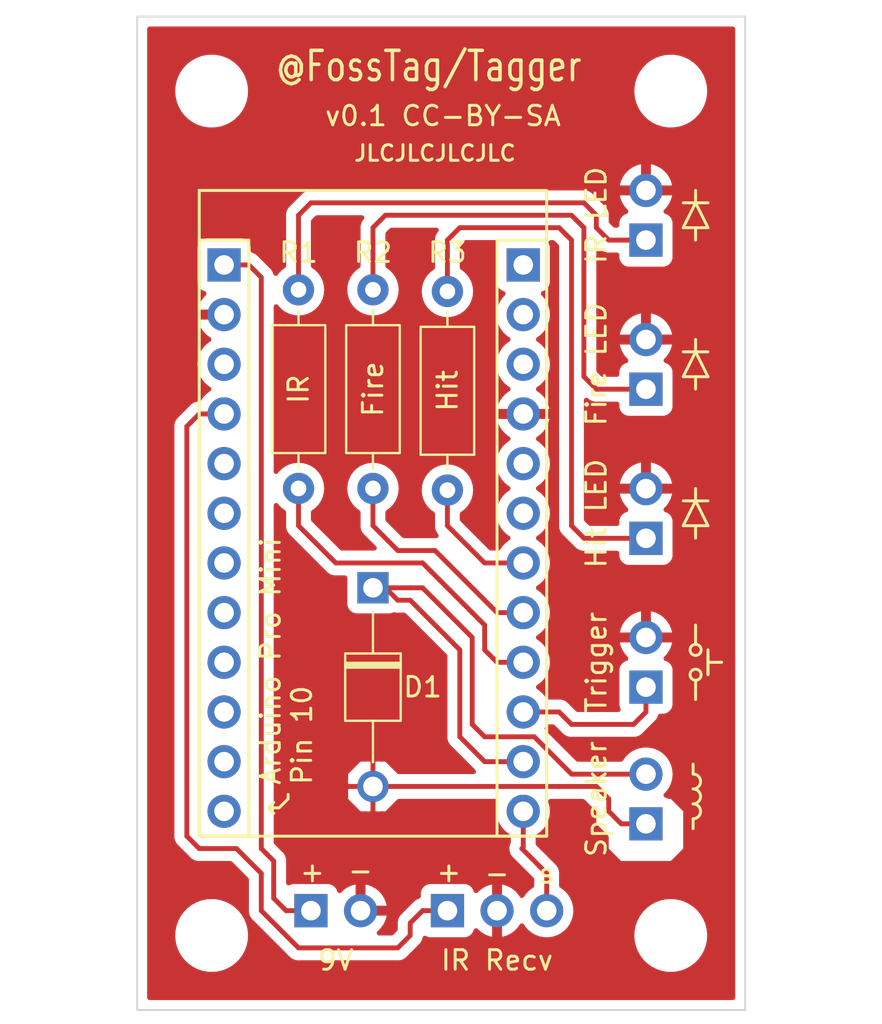
<source format=kicad_pcb>
(kicad_pcb (version 20211014) (generator pcbnew)
  (layers (0 "F.Cu" signal) (31 "B.Cu" signal) (34 "B.Paste" user) (35 "F.Paste" user) (36 "B.SilkS" user "B.Silkscreen") (37 "F.SilkS" user "F.Silkscreen") (38 "B.Mask" user) (39 "F.Mask" user) (44 "Edge.Cuts" user))
  (net 0 "")
  (net 1 "Net-(J3-Pad12)")
  (net 2 "GND")
  (net 4 "Net-(J2-Pad4)")
  (net 18 "Net-(J3-Pad7)")
  (net 19 "Net-(J3-Pad8)")
  (net 20 "Net-(J3-Pad9)")
  (net 21 "Net-(J3-Pad10)")
  (net 22 "Net-(D1-Pad1)")
  (net 23 "Net-(J6-Pad1)")
  (net 24 "Net-(J7-Pad1)")
  (net 25 "Net-(J8-Pad1)")
  (net 26 "Net-(J1-Pad1)")
  (footprint "Connector_PinHeader_2.54mm:PinHeader_1x02_P2.54mm_Vertical" (layer "F.Cu") (at 126.365 97.155 90)
    (fp_text reference "J1" hide)
    (fp_text value "9V" (at -2.54 1.27) (layer "F.SilkS"))
    (pad "1" thru_hole rect (at 0 0 90) (size 1.7 1.7) (drill 1) (layers *.Cu *.Mask) (net 26 "Net-(J1-Pad1)"))
    (pad "2" thru_hole oval (at 0 2.54 90) (size 1.7 1.7) (drill 1) (layers *.Cu *.Mask) (net 2 "GND"))
  )
  (footprint "MountingHole:MountingHole_2.7mm_M2.5" (layer "F.Cu") (at 144.78 55.245)
    (fp_text reference "REF**" hide)
    (fp_text value "MountingHole_2.7mm_M2.5")
    (pad "" np_thru_hole circle (at 0 0) (size 2.7 2.7) (drill 2.7) (layers *.Cu *.Mask))
  )
  (footprint "Diode_THT:D_T-1_P10.16mm_Horizontal" (layer "F.Cu") (at 129.54 80.645 -90)
    (fp_text reference "D1" (at 5.08 -2.54) (layer "F.SilkS"))
    (fp_text value "D")
    (fp_line (start 3.36 -1.42) (end 3.36 1.42) (layer "F.SilkS") (width 0.12))
    (fp_line (start 3.84 -1.42) (end 3.84 1.42) (layer "F.SilkS") (width 0.12))
    (fp_line (start 3.36 1.42) (end 6.8 1.42) (layer "F.SilkS") (width 0.12))
    (fp_line (start 8.92 0) (end 6.8 0) (layer "F.SilkS") (width 0.12))
    (fp_line (start 4.08 -1.42) (end 4.08 1.42) (layer "F.SilkS") (width 0.12))
    (fp_line (start 3.96 -1.42) (end 3.96 1.42) (layer "F.SilkS") (width 0.12))
    (fp_line (start 6.8 -1.42) (end 3.36 -1.42) (layer "F.SilkS") (width 0.12))
    (fp_line (start 6.8 1.42) (end 6.8 -1.42) (layer "F.SilkS") (width 0.12))
    (fp_line (start 1.24 0) (end 3.36 0) (layer "F.SilkS") (width 0.12))
    (pad "1" thru_hole rect (at 0 0 270) (size 1.6 1.6) (drill 1) (layers *.Cu *.Mask) (net 22 "Net-(D1-Pad1)"))
    (pad "2" thru_hole oval (at 10.16 0 270) (size 1.6 1.6) (drill 1) (layers *.Cu *.Mask) (net 2 "GND"))
  )
  (footprint "Connector_PinHeader_2.54mm:PinHeader_1x02_P2.54mm_Vertical" (layer "F.Cu") (at 143.51 78.115 180)
    (fp_text reference "J8" hide)
    (fp_text value "Hit LED" (at 2.54 1.27 90) (layer "F.SilkS"))
    (pad "1" thru_hole rect (at 0 0 180) (size 1.7 1.7) (drill 1) (layers *.Cu *.Mask) (net 25 "Net-(J8-Pad1)"))
    (pad "2" thru_hole oval (at 0 2.54 180) (size 1.7 1.7) (drill 1) (layers *.Cu *.Mask) (net 2 "GND"))
  )
  (footprint "MountingHole:MountingHole_2.7mm_M2.5" (layer "F.Cu") (at 144.78 98.425)
    (fp_text reference "REF**" hide)
    (fp_text value "MountingHole_2.7mm_M2.5")
    (pad "" np_thru_hole circle (at 0 0) (size 2.7 2.7) (drill 2.7) (layers *.Cu *.Mask))
  )
  (footprint "Connector_PinSocket_2.54mm:PinSocket_1x12_P2.54mm_Vertical" (layer "F.Cu") (at 137.23 64.135)
    (fp_text reference "J3" hide)
    (fp_text value "Conn_01x12_Female" hide)
    (pad "1" thru_hole rect (at 0 0) (size 1.7 1.7) (drill 1) (layers *.Cu *.Mask))
    (pad "2" thru_hole oval (at 0 2.54) (size 1.7 1.7) (drill 1) (layers *.Cu *.Mask))
    (pad "3" thru_hole oval (at 0 5.08) (size 1.7 1.7) (drill 1) (layers *.Cu *.Mask))
    (pad "4" thru_hole oval (at 0 7.62) (size 1.7 1.7) (drill 1) (layers *.Cu *.Mask) (net 2 "GND"))
    (pad "5" thru_hole oval (at 0 10.16) (size 1.7 1.7) (drill 1) (layers *.Cu *.Mask))
    (pad "6" thru_hole oval (at 0 12.7) (size 1.7 1.7) (drill 1) (layers *.Cu *.Mask))
    (pad "7" thru_hole oval (at 0 15.24) (size 1.7 1.7) (drill 1) (layers *.Cu *.Mask) (net 18 "Net-(J3-Pad7)"))
    (pad "8" thru_hole oval (at 0 17.78) (size 1.7 1.7) (drill 1) (layers *.Cu *.Mask) (net 19 "Net-(J3-Pad8)"))
    (pad "9" thru_hole oval (at 0 20.32) (size 1.7 1.7) (drill 1) (layers *.Cu *.Mask) (net 20 "Net-(J3-Pad9)"))
    (pad "10" thru_hole oval (at 0 22.86) (size 1.7 1.7) (drill 1) (layers *.Cu *.Mask) (net 21 "Net-(J3-Pad10)"))
    (pad "11" thru_hole oval (at 0 25.4) (size 1.7 1.7) (drill 1) (layers *.Cu *.Mask) (net 22 "Net-(D1-Pad1)"))
    (pad "12" thru_hole oval (at 0 27.94) (size 1.7 1.7) (drill 1) (layers *.Cu *.Mask) (net 1 "Net-(J3-Pad12)"))
  )
  (footprint "Connector_PinHeader_2.54mm:PinHeader_1x02_P2.54mm_Vertical" (layer "F.Cu") (at 143.51 92.715 180)
    (fp_text reference "J9" hide)
    (fp_text value "Speaker" (at 2.54 1.27 90) (layer "F.SilkS"))
    (pad "1" thru_hole rect (at 0 0 180) (size 1.7 1.7) (drill 1) (layers *.Cu *.Mask) (net 2 "GND"))
    (pad "2" thru_hole oval (at 0 2.54 180) (size 1.7 1.7) (drill 1) (layers *.Cu *.Mask) (net 22 "Net-(D1-Pad1)"))
  )
  (footprint "Connector_PinHeader_2.54mm:PinHeader_1x02_P2.54mm_Vertical" (layer "F.Cu") (at 143.51 70.49 180)
    (fp_text reference "J7" hide)
    (fp_text value "Fire LED" (at 2.54 1.27 90) (layer "F.SilkS"))
    (pad "1" thru_hole rect (at 0 0 180) (size 1.7 1.7) (drill 1) (layers *.Cu *.Mask) (net 24 "Net-(J7-Pad1)"))
    (pad "2" thru_hole oval (at 0 2.54 180) (size 1.7 1.7) (drill 1) (layers *.Cu *.Mask) (net 2 "GND"))
  )
  (footprint "Connector_PinHeader_2.54mm:PinHeader_1x03_P2.54mm_Vertical" (layer "F.Cu") (at 133.35 97.155 90)
    (fp_text reference "J4" hide)
    (fp_text value "IR Recv" (at -2.54 2.54) (layer "F.SilkS"))
    (pad "1" thru_hole rect (at 0 0 90) (size 1.7 1.7) (drill 1) (layers *.Cu *.Mask) (net 4 "Net-(J2-Pad4)"))
    (pad "2" thru_hole oval (at 0 2.54 90) (size 1.7 1.7) (drill 1) (layers *.Cu *.Mask) (net 2 "GND"))
    (pad "3" thru_hole oval (at 0 5.08 90) (size 1.7 1.7) (drill 1) (layers *.Cu *.Mask) (net 1 "Net-(J3-Pad12)"))
  )
  (footprint "Resistor_THT:R_Axial_DIN0207_L6.3mm_D2.5mm_P10.16mm_Horizontal" (layer "F.Cu") (at 129.54 75.565 90)
    (fp_text reference "R2" (at 12.065 0 180) (layer "F.SilkS"))
    (fp_text value "R")
    (fp_line (start 8.35 -1.37) (end 1.81 -1.37) (layer "F.SilkS") (width 0.12))
    (fp_line (start 1.81 -1.37) (end 1.81 1.37) (layer "F.SilkS") (width 0.12))
    (fp_line (start 9.12 0) (end 8.35 0) (layer "F.SilkS") (width 0.12))
    (fp_line (start 1.04 0) (end 1.81 0) (layer "F.SilkS") (width 0.12))
    (fp_line (start 1.81 1.37) (end 8.35 1.37) (layer "F.SilkS") (width 0.12))
    (fp_line (start 8.35 1.37) (end 8.35 -1.37) (layer "F.SilkS") (width 0.12))
    (pad "1" thru_hole circle (at 0 0 90) (size 1.6 1.6) (drill 0.8) (layers *.Cu *.Mask) (net 19 "Net-(J3-Pad8)"))
    (pad "2" thru_hole oval (at 10.16 0 90) (size 1.6 1.6) (drill 0.8) (layers *.Cu *.Mask) (net 24 "Net-(J7-Pad1)"))
  )
  (footprint "MountingHole:MountingHole_2.7mm_M2.5" (layer "F.Cu") (at 121.285 55.245)
    (fp_text reference "REF**" hide)
    (fp_text value "MountingHole_2.7mm_M2.5")
    (pad "" np_thru_hole circle (at 0 0) (size 2.7 2.7) (drill 2.7) (layers *.Cu *.Mask))
  )
  (footprint "Resistor_THT:R_Axial_DIN0207_L6.3mm_D2.5mm_P10.16mm_Horizontal" (layer "F.Cu") (at 133.35 75.65 90)
    (fp_text reference "R3" (at 12.15 0 180) (layer "F.SilkS"))
    (fp_text value "R")
    (fp_line (start 1.04 0) (end 1.81 0) (layer "F.SilkS") (width 0.12))
    (fp_line (start 1.81 1.37) (end 8.35 1.37) (layer "F.SilkS") (width 0.12))
    (fp_line (start 8.35 1.37) (end 8.35 -1.37) (layer "F.SilkS") (width 0.12))
    (fp_line (start 1.81 -1.37) (end 1.81 1.37) (layer "F.SilkS") (width 0.12))
    (fp_line (start 9.12 0) (end 8.35 0) (layer "F.SilkS") (width 0.12))
    (fp_line (start 8.35 -1.37) (end 1.81 -1.37) (layer "F.SilkS") (width 0.12))
    (pad "1" thru_hole circle (at 0 0 90) (size 1.6 1.6) (drill 0.8) (layers *.Cu *.Mask) (net 18 "Net-(J3-Pad7)"))
    (pad "2" thru_hole oval (at 10.16 0 90) (size 1.6 1.6) (drill 0.8) (layers *.Cu *.Mask) (net 25 "Net-(J8-Pad1)"))
  )
  (footprint "MountingHole:MountingHole_2.7mm_M2.5" (layer "F.Cu") (at 121.285 98.425)
    (fp_text reference "REF**" hide)
    (fp_text value "MountingHole_2.7mm_M2.5")
    (pad "" np_thru_hole circle (at 0 0) (size 2.7 2.7) (drill 2.7) (layers *.Cu *.Mask))
  )
  (footprint "Resistor_THT:R_Axial_DIN0207_L6.3mm_D2.5mm_P10.16mm_Horizontal" (layer "F.Cu") (at 125.73 75.565 90)
    (fp_text reference "R1" (at 12.065 0 180) (layer "F.SilkS"))
    (fp_text value "R")
    (fp_line (start 9.12 0) (end 8.35 0) (layer "F.SilkS") (width 0.12))
    (fp_line (start 1.81 1.37) (end 8.35 1.37) (layer "F.SilkS") (width 0.12))
    (fp_line (start 8.35 1.37) (end 8.35 -1.37) (layer "F.SilkS") (width 0.12))
    (fp_line (start 1.04 0) (end 1.81 0) (layer "F.SilkS") (width 0.12))
    (fp_line (start 1.81 -1.37) (end 1.81 1.37) (layer "F.SilkS") (width 0.12))
    (fp_line (start 8.35 -1.37) (end 1.81 -1.37) (layer "F.SilkS") (width 0.12))
    (pad "1" thru_hole circle (at 0 0 90) (size 1.6 1.6) (drill 0.8) (layers *.Cu *.Mask) (net 20 "Net-(J3-Pad9)"))
    (pad "2" thru_hole oval (at 10.16 0 90) (size 1.6 1.6) (drill 0.8) (layers *.Cu *.Mask) (net 23 "Net-(J6-Pad1)"))
  )
  (footprint "Connector_PinHeader_2.54mm:PinHeader_1x02_P2.54mm_Vertical" (layer "F.Cu") (at 143.51 62.865 180)
    (fp_text reference "J6" hide)
    (fp_text value "IR LED" (at 2.54 1.27 270) (layer "F.SilkS"))
    (pad "1" thru_hole rect (at 0 0 180) (size 1.7 1.7) (drill 1) (layers *.Cu *.Mask) (net 23 "Net-(J6-Pad1)"))
    (pad "2" thru_hole oval (at 0 2.54 180) (size 1.7 1.7) (drill 1) (layers *.Cu *.Mask) (net 2 "GND"))
  )
  (footprint "Connector_PinSocket_2.54mm:PinSocket_1x12_P2.54mm_Vertical" (layer "F.Cu") (at 121.92 64.135)
    (fp_text reference "J2" hide)
    (fp_text value "Conn_01x12_Female" hide)
    (pad "1" thru_hole rect (at 0 0) (size 1.7 1.7) (drill 1) (layers *.Cu *.Mask) (net 26 "Net-(J1-Pad1)"))
    (pad "2" thru_hole oval (at 0 2.54) (size 1.7 1.7) (drill 1) (layers *.Cu *.Mask) (net 2 "GND"))
    (pad "3" thru_hole oval (at 0 5.08) (size 1.7 1.7) (drill 1) (layers *.Cu *.Mask))
    (pad "4" thru_hole oval (at 0 7.62) (size 1.7 1.7) (drill 1) (layers *.Cu *.Mask) (net 4 "Net-(J2-Pad4)"))
    (pad "5" thru_hole oval (at 0 10.16) (size 1.7 1.7) (drill 1) (layers *.Cu *.Mask))
    (pad "6" thru_hole oval (at 0 12.7) (size 1.7 1.7) (drill 1) (layers *.Cu *.Mask))
    (pad "7" thru_hole oval (at 0 15.24) (size 1.7 1.7) (drill 1) (layers *.Cu *.Mask))
    (pad "8" thru_hole oval (at 0 17.78) (size 1.7 1.7) (drill 1) (layers *.Cu *.Mask))
    (pad "9" thru_hole oval (at 0 20.32) (size 1.7 1.7) (drill 1) (layers *.Cu *.Mask))
    (pad "10" thru_hole oval (at 0 22.86) (size 1.7 1.7) (drill 1) (layers *.Cu *.Mask))
    (pad "11" thru_hole oval (at 0 25.4) (size 1.7 1.7) (drill 1) (layers *.Cu *.Mask))
    (pad "12" thru_hole oval (at 0 27.94) (size 1.7 1.7) (drill 1) (layers *.Cu *.Mask))
  )
  (footprint "Connector_PinHeader_2.54mm:PinHeader_1x02_P2.54mm_Vertical" (layer "F.Cu") (at 143.51 85.725 180)
    (fp_text reference "J5" hide)
    (fp_text value "Trigger" (at 2.54 1.27 270) (layer "F.SilkS"))
    (pad "1" thru_hole rect (at 0 0 180) (size 1.7 1.7) (drill 1) (layers *.Cu *.Mask) (net 21 "Net-(J3-Pad10)"))
    (pad "2" thru_hole oval (at 0 2.54 180) (size 1.7 1.7) (drill 1) (layers *.Cu *.Mask) (net 2 "GND"))
  )
  (gr_line (start 146.05 77.47) (end 146.05 78.105) (layer "F.SilkS") (width 0.15))
  (gr_rect (start 120.65 93.345) (end 123.19 62.865) (layer "F.SilkS") (width 0.15) (fill none))
  (gr_line (start 146.05 76.2) (end 145.415 77.47) (layer "F.SilkS") (width 0.15))
  (gr_line (start 145.415 76.2) (end 146.685 76.2) (layer "F.SilkS") (width 0.15))
  (gr_line (start 145.415 69.85) (end 146.685 69.85) (layer "F.SilkS") (width 0.15))
  (gr_line (start 146.05 60.96) (end 145.415 62.23) (layer "F.SilkS") (width 0.15))
  (gr_line (start 146.685 77.47) (end 146.05 76.2) (layer "F.SilkS") (width 0.15))
  (gr_line (start 146.685 69.85) (end 146.05 68.58) (layer "F.SilkS") (width 0.15))
  (gr_line (start 146.05 69.85) (end 146.05 70.485) (layer "F.SilkS") (width 0.15))
  (gr_circle (center 146.05 85.09) (end 146.304 85.217) (layer "F.SilkS") (width 0.15) (fill none))
  (gr_circle (center 146.05 83.82) (end 146.177 84.074) (layer "F.SilkS") (width 0.15) (fill none))
  (gr_rect (start 120.65 93.345) (end 138.43 60.325) (layer "F.SilkS") (width 0.15) (fill none))
  (gr_arc (start 145.923 90.17) (mid 146.304 90.551) (end 145.923 90.932) (layer "F.SilkS") (width 0.15))
  (gr_line (start 146.05 68.58) (end 146.05 67.945) (layer "F.SilkS") (width 0.15))
  (gr_line (start 125.1966 91.44) (end 124.7394 91.8972) (layer "F.SilkS") (width 0.15))
  (gr_line (start 146.05 68.58) (end 145.415 69.85) (layer "F.SilkS") (width 0.15))
  (gr_line (start 146.05 76.2) (end 146.05 75.565) (layer "F.SilkS") (width 0.15))
  (gr_line (start 146.05 82.55) (end 146.05 83.53602) (layer "F.SilkS") (width 0.15))
  (gr_line (start 146.685 62.23) (end 146.05 60.96) (layer "F.SilkS") (width 0.15))
  (gr_line (start 146.05 60.96) (end 146.05 60.325) (layer "F.SilkS") (width 0.15))
  (gr_line (start 145.415 60.96) (end 146.685 60.96) (layer "F.SilkS") (width 0.15))
  (gr_line (start 146.685 83.82) (end 146.685 85.09) (layer "F.SilkS") (width 0.15))
  (gr_line (start 125.1966 91.2114) (end 125.1966 91.44) (layer "F.SilkS") (width 0.15))
  (gr_line (start 146.05 62.23) (end 146.05 62.865) (layer "F.SilkS") (width 0.15))
  (gr_line (start 145.923 92.964) (end 145.923 92.456) (layer "F.SilkS") (width 0.15))
  (gr_line (start 147.3835 84.455) (end 146.7485 84.455) (layer "F.SilkS") (width 0.15))
  (gr_rect (start 138.43 93.345) (end 135.89 62.865) (layer "F.SilkS") (width 0.15) (fill none))
  (gr_line (start 145.415 77.47) (end 146.685 77.47) (layer "F.SilkS") (width 0.15))
  (gr_line (start 124.1806 91.8972) (end 124.46 92.1766) (layer "F.SilkS") (width 0.15))
  (gr_arc (start 145.923 90.932) (mid 146.304 91.313) (end 145.923 91.694) (layer "F.SilkS") (width 0.15))
  (gr_line (start 145.415 68.58) (end 146.685 68.58) (layer "F.SilkS") (width 0.15))
  (gr_line (start 124.7394 91.8972) (end 124.1806 91.8972) (layer "F.SilkS") (width 0.15))
  (gr_line (start 124.1806 91.8972) (end 124.46 91.6178) (layer "F.SilkS") (width 0.15))
  (gr_line (start 146.685 85.09) (end 146.685 84.1375) (layer "F.SilkS") (width 0.15))
  (gr_line (start 146.05 85.37398) (end 146.05 86.36) (layer "F.SilkS") (width 0.15))
  (gr_line (start 145.923 90.17) (end 145.923 89.662) (layer "F.SilkS") (width 0.15))
  (gr_line (start 145.415 62.23) (end 146.685 62.23) (layer "F.SilkS") (width 0.15))
  (gr_arc (start 145.923 91.694) (mid 146.304 92.075) (end 145.923 92.456) (layer "F.SilkS") (width 0.15))
  (gr_rect (start 117.475 51.435) (end 148.59 102.235) (layer "Edge.Cuts") (width 0.1) (fill none))
  (gr_text "Fire" (at 129.54 70.485 90) (layer "F.SilkS") (effects (font (size 1 1))))
  (gr_text "+" (at 133.35 95.25 90) (layer "F.SilkS") (effects (font (size 1 1))))
  (gr_text "-" (at 135.89 95.25) (layer "F.SilkS") (effects (font (size 1 1))))
  (gr_text "+" (at 126.365 95.25 90) (layer "F.SilkS") (effects (font (size 1 1))))
  (gr_text "-" (at 128.905 95.25 180) (layer "F.SilkS") (effects (font (size 1 1))))
  (gr_text "Hit" (at 133.35 70.57 90) (layer "F.SilkS") (effects (font (size 1 1))))
  (gr_text "v0.1 CC-BY-SA" (at 127 56.515) (layer "F.SilkS") (effects (font (size 1 1)) (justify left)))
  (gr_text "IR" (at 125.73 70.485 90) (layer "F.SilkS") (effects (font (size 1 1))))
  (gr_text "JLCJLCJLCJLC" (at 132.715 58.42) (layer "F.SilkS") (effects (font (size 0.8 0.8))))
  (gr_text "@FossTag/Tagger" (at 124.46 53.975) (layer "F.SilkS") (effects (font (size 1.5 1.18) (thickness 0.18)) (justify left)))
  (gr_text "Arduino Pro Mini\nPin 10" (at 125.095 90.805 90) (layer "F.SilkS") (effects (font (size 1 1)) (justify left)))
  (gr_text "s" (at 138.43 95.25) (layer "F.SilkS") (effects (font (size 1 1))))
  (segment (start 138.43 97.155) (end 138.43 95.25) (width 0.25) (layer "F.Cu") (net 1))
  (segment (start 138.43 95.25) (end 137.16 93.98) (width 0.25) (layer "F.Cu") (net 1))
  (segment (start 137.23 93.91) (end 137.23 92.075) (width 0.25) (layer "F.Cu") (net 1))
  (segment (start 137.16 93.98) (end 137.23 93.91) (width 0.25) (layer "F.Cu") (net 1))
  (segment (start 141.605 92.075) (end 141.605 91.44) (width 0.25) (layer "F.Cu") (net 2))
  (segment (start 129.54 92.075) (end 129.54 92.71) (width 0.25) (layer "F.Cu") (net 2))
  (segment (start 141.605 91.44) (end 140.97 90.805) (width 0.25) (layer "F.Cu") (net 2))
  (segment (start 130.175717 90.805) (end 129.857858 90.487141) (width 0.25) (layer "F.Cu") (net 2))
  (segment (start 129.54 90.805) (end 129.54 88.9) (width 0.25) (layer "F.Cu") (net 2))
  (segment (start 129.54 90.805) (end 129.54 92.075) (width 0.25) (layer "F.Cu") (net 2))
  (segment (start 129.54 90.805) (end 127.635 90.805) (width 0.25) (layer "F.Cu") (net 2))
  (segment (start 140.97 90.805) (end 139.065 90.805) (width 0.25) (layer "F.Cu") (net 2))
  (segment (start 139.065 90.805) (end 129.54 90.805) (width 0.25) (layer "F.Cu") (net 2))
  (segment (start 143.51 92.715) (end 142.245 92.715) (width 0.25) (layer "F.Cu") (net 2))
  (segment (start 142.245 92.715) (end 141.605 92.075) (width 0.25) (layer "F.Cu") (net 2))
  (segment (start 122.555 93.98) (end 120.65 93.98) (width 0.25) (layer "F.Cu") (net 4))
  (segment (start 131.445 98.425) (end 130.81 99.06) (width 0.25) (layer "F.Cu") (net 4))
  (segment (start 132.08 97.155) (end 131.445 97.79) (width 0.25) (layer "F.Cu") (net 4))
  (segment (start 123.825 97.155) (end 123.825 95.25) (width 0.25) (layer "F.Cu") (net 4))
  (segment (start 125.73 99.06) (end 123.825 97.155) (width 0.25) (layer "F.Cu") (net 4))
  (segment (start 120.65 93.98) (end 120.015 93.345) (width 0.25) (layer "F.Cu") (net 4))
  (segment (start 120.015 93.345) (end 120.015 72.39) (width 0.25) (layer "F.Cu") (net 4))
  (segment (start 130.81 99.06) (end 125.73 99.06) (width 0.25) (layer "F.Cu") (net 4))
  (segment (start 131.445 97.79) (end 131.445 98.425) (width 0.25) (layer "F.Cu") (net 4))
  (segment (start 120.015 72.39) (end 120.65 71.755) (width 0.25) (layer "F.Cu") (net 4))
  (segment (start 133.35 97.155) (end 132.08 97.155) (width 0.25) (layer "F.Cu") (net 4))
  (segment (start 120.65 71.755) (end 121.92 71.755) (width 0.25) (layer "F.Cu") (net 4))
  (segment (start 123.825 95.25) (end 122.555 93.98) (width 0.25) (layer "F.Cu") (net 4))
  (segment (start 133.35 75.65) (end 133.35 77.47) (width 0.25) (layer "F.Cu") (net 18))
  (segment (start 135.255 79.375) (end 137.23 79.375) (width 0.25) (layer "F.Cu") (net 18))
  (segment (start 133.35 77.47) (end 135.255 79.375) (width 0.25) (layer "F.Cu") (net 18))
  (segment (start 137.23 81.915) (end 135.89 81.915) (width 0.25) (layer "F.Cu") (net 19))
  (segment (start 135.89 81.915) (end 135.255 81.28) (width 0.25) (layer "F.Cu") (net 19))
  (segment (start 132.715718 78.74) (end 130.81 78.74) (width 0.25) (layer "F.Cu") (net 19))
  (segment (start 130.81 78.74) (end 129.54 77.47) (width 0.25) (layer "F.Cu") (net 19))
  (segment (start 135.255 81.28) (end 135.255 81.279282) (width 0.25) (layer "F.Cu") (net 19))
  (segment (start 135.255 81.279282) (end 132.715718 78.74) (width 0.25) (layer "F.Cu") (net 19))
  (segment (start 129.54 77.47) (end 129.54 75.565) (width 0.25) (layer "F.Cu") (net 19))
  (segment (start 132.08 79.375) (end 132.080718 79.375) (width 0.25) (layer "F.Cu") (net 20))
  (segment (start 135.89 84.455) (end 137.23 84.455) (width 0.25) (layer "F.Cu") (net 20))
  (segment (start 132.080718 79.375) (end 134.62 81.914282) (width 0.25) (layer "F.Cu") (net 20))
  (segment (start 127.635 79.375) (end 132.08 79.375) (width 0.25) (layer "F.Cu") (net 20))
  (segment (start 125.73 77.47) (end 127.635 79.375) (width 0.25) (layer "F.Cu") (net 20))
  (segment (start 134.62 81.914282) (end 134.62 81.915) (width 0.25) (layer "F.Cu") (net 20))
  (segment (start 125.73 75.565) (end 125.73 77.47) (width 0.25) (layer "F.Cu") (net 20))
  (segment (start 135.255 82.55) (end 135.255 83.82) (width 0.25) (layer "F.Cu") (net 20))
  (segment (start 134.62 81.915) (end 135.255 82.55) (width 0.25) (layer "F.Cu") (net 20))
  (segment (start 135.255 83.82) (end 135.89 84.455) (width 0.25) (layer "F.Cu") (net 20))
  (segment (start 142.875 87.63) (end 139.7 87.63) (width 0.25) (layer "F.Cu") (net 21))
  (segment (start 139.7 87.63) (end 139.065 86.995) (width 0.25) (layer "F.Cu") (net 21))
  (segment (start 143.51 86.995) (end 142.875 87.63) (width 0.25) (layer "F.Cu") (net 21))
  (segment (start 143.51 85.725) (end 143.51 86.995) (width 0.25) (layer "F.Cu") (net 21))
  (segment (start 139.065 86.995) (end 137.23 86.995) (width 0.25) (layer "F.Cu") (net 21))
  (segment (start 132.08 80.645) (end 134.62 83.185) (width 0.25) (layer "F.Cu") (net 22))
  (segment (start 135.255 88.265) (end 135.89 88.265) (width 0.25) (layer "F.Cu") (net 22))
  (segment (start 135.89 88.265) (end 137.795 88.265) (width 0.25) (layer "F.Cu") (net 22))
  (segment (start 130.175 80.645) (end 129.54 80.645) (width 0.25) (layer "F.Cu") (net 22))
  (segment (start 139.705 90.175) (end 143.51 90.175) (width 0.25) (layer "F.Cu") (net 22))
  (segment (start 131.445 80.645) (end 132.08 80.645) (width 0.25) (layer "F.Cu") (net 22))
  (segment (start 129.54 80.645) (end 131.445 80.645) (width 0.25) (layer "F.Cu") (net 22))
  (segment (start 133.985 83.82) (end 133.985 88.265) (width 0.25) (layer "F.Cu") (net 22))
  (segment (start 135.255 89.535) (end 137.23 89.535) (width 0.25) (layer "F.Cu") (net 22))
  (segment (start 133.985 88.265) (end 135.255 89.535) (width 0.25) (layer "F.Cu") (net 22))
  (segment (start 134.62 87.63) (end 135.255 88.265) (width 0.25) (layer "F.Cu") (net 22))
  (segment (start 134.62 83.185) (end 134.62 87.63) (width 0.25) (layer "F.Cu") (net 22))
  (segment (start 130.81 81.28) (end 130.175 80.645) (width 0.25) (layer "F.Cu") (net 22))
  (segment (start 137.795 88.265) (end 139.705 90.175) (width 0.25) (layer "F.Cu") (net 22))
  (segment (start 131.445 81.28) (end 133.985 83.82) (width 0.25) (layer "F.Cu") (net 22))
  (segment (start 130.81 81.28) (end 131.445 81.28) (width 0.25) (layer "F.Cu") (net 22))
  (segment (start 126.365 60.96) (end 125.73 61.595) (width 0.25) (layer "F.Cu") (net 23))
  (segment (start 140.335 60.96) (end 126.365 60.96) (width 0.25) (layer "F.Cu") (net 23))
  (segment (start 143.51 62.865) (end 141.605 62.865) (width 0.25) (layer "F.Cu") (net 23))
  (segment (start 141.605 62.865) (end 140.97 62.23) (width 0.25) (layer "F.Cu") (net 23))
  (segment (start 140.97 61.595) (end 140.335 60.96) (width 0.25) (layer "F.Cu") (net 23))
  (segment (start 125.73 61.595) (end 125.73 65.405) (width 0.25) (layer "F.Cu") (net 23))
  (segment (start 140.97 62.23) (end 140.97 61.595) (width 0.25) (layer "F.Cu") (net 23))
  (segment (start 140.975 70.49) (end 143.51 70.49) (width 0.25) (layer "F.Cu") (net 24))
  (segment (start 139.7 61.595) (end 140.335 62.23) (width 0.25) (layer "F.Cu") (net 24))
  (segment (start 130.175 61.595) (end 129.54 62.23) (width 0.25) (layer "F.Cu") (net 24))
  (segment (start 139.7 61.595) (end 130.175 61.595) (width 0.25) (layer "F.Cu") (net 24))
  (segment (start 129.54 65.405) (end 129.54 62.23) (width 0.25) (layer "F.Cu") (net 24))
  (segment (start 140.335 69.85) (end 140.975 70.49) (width 0.25) (layer "F.Cu") (net 24))
  (segment (start 140.335 62.23) (end 140.335 69.85) (width 0.25) (layer "F.Cu") (net 24))
  (segment (start 140.345 78.115) (end 143.51 78.115) (width 0.25) (layer "F.Cu") (net 25))
  (segment (start 133.35 65.49) (end 133.35 62.865) (width 0.25) (layer "F.Cu") (net 25))
  (segment (start 139.065 62.23) (end 133.985 62.23) (width 0.25) (layer "F.Cu") (net 25))
  (segment (start 133.985 62.23) (end 133.35 62.865) (width 0.25) (layer "F.Cu") (net 25))
  (segment (start 139.7 77.47) (end 140.345 78.115) (width 0.25) (layer "F.Cu") (net 25))
  (segment (start 139.7 62.865) (end 139.7 77.47) (width 0.25) (layer "F.Cu") (net 25))
  (segment (start 139.065 62.23) (end 139.7 62.865) (width 0.25) (layer "F.Cu") (net 25))
  (segment (start 123.825 64.77) (end 123.825 93.98) (width 0.25) (layer "F.Cu") (net 26))
  (segment (start 123.19 64.135) (end 123.825 64.77) (width 0.25) (layer "F.Cu") (net 26))
  (segment (start 123.825 93.98) (end 124.46 94.615) (width 0.25) (layer "F.Cu") (net 26))
  (segment (start 121.92 64.135) (end 123.19 64.135) (width 0.25) (layer "F.Cu") (net 26))
  (segment (start 124.46 94.615) (end 124.46 96.52) (width 0.25) (layer "F.Cu") (net 26))
  (segment (start 124.46 96.52) (end 125.095 97.155) (width 0.25) (layer "F.Cu") (net 26))
  (segment (start 125.095 97.155) (end 126.365 97.155) (width 0.25) (layer "F.Cu") (net 26))
  (zone (net 0) (net_name "") (layer "F.Cu") (connect_pads (clearance 0)) (min_thickness 0.254)
    (keepout (tracks allowed) (vias allowed) (pads allowed) (copperpour not_allowed) (footprints allowed))
    (fill (thermal_gap 0.508) (thermal_bridge_width 0.508))
    (polygon (pts (xy 130.81 90.17) (xy 140.335 90.17) (xy 140.97 90.17) (xy 142.24 90.17) (xy 142.875 90.805) (xy 143.51 91.44) (xy 144.78 91.44) (xy 145.415 92.075) (xy 145.415 93.98) (xy 144.78 94.615) (xy 142.24 94.615) (xy 141.605 93.98) (xy 141.605 93.345) (xy 140.97 92.71) (xy 140.97 92.075) (xy 140.335 91.44) (xy 130.81 91.44) (xy 130.175 92.075) (xy 128.905 92.075) (xy 128.27 91.44) (xy 128.27 90.17) (xy 128.905 89.535) (xy 130.175 89.535)))
  )
  (zone (net 2) (net_name "GND") (layer "F.Cu") (connect_pads (clearance 0.508)) (min_thickness 0.254) (fill yes (thermal_gap 0.508) (thermal_bridge_width 0.508))
    (polygon (pts (xy 148.59 102.23) (xy 117.475 102.23) (xy 117.475 51.43) (xy 148.59 51.43)))
  )
)
</source>
